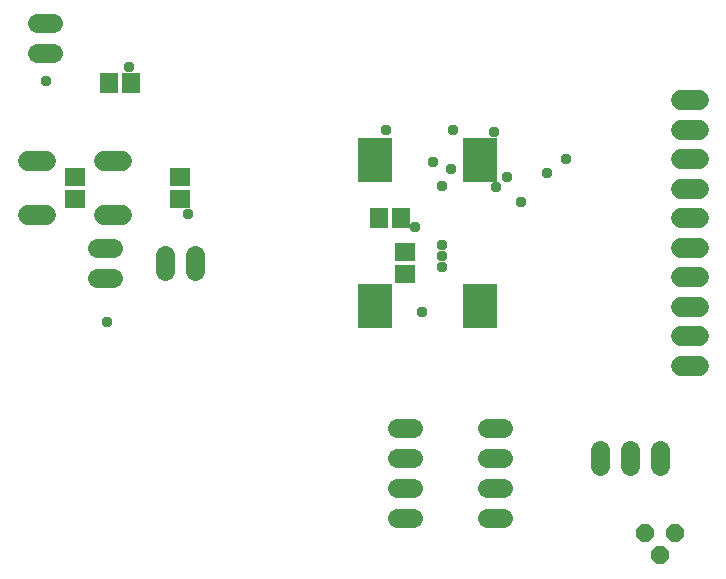
<source format=gbr>
G04 EAGLE Gerber RS-274X export*
G75*
%MOMM*%
%FSLAX34Y34*%
%LPD*%
%INSoldermask Bottom*%
%IPPOS*%
%AMOC8*
5,1,8,0,0,1.08239X$1,22.5*%
G01*
%ADD10R,3.003200X3.703200*%
%ADD11R,1.703200X1.503200*%
%ADD12R,1.503200X1.703200*%
%ADD13C,1.625600*%
%ADD14P,1.649562X8X202.500000*%
%ADD15C,1.727200*%
%ADD16C,0.959600*%


D10*
X571500Y430300D03*
X571500Y306300D03*
X482600Y306300D03*
X482600Y430300D03*
D11*
X508000Y333400D03*
X508000Y352400D03*
D12*
X504800Y381000D03*
X485800Y381000D03*
D13*
X577088Y203200D02*
X591312Y203200D01*
X591312Y177800D02*
X577088Y177800D01*
X577088Y152400D02*
X591312Y152400D01*
X591312Y127000D02*
X577088Y127000D01*
D14*
X736600Y114300D03*
X723900Y95250D03*
X711200Y114300D03*
D13*
X261112Y330200D02*
X246888Y330200D01*
X246888Y355600D02*
X261112Y355600D01*
X330200Y350012D02*
X330200Y335788D01*
X304800Y335788D02*
X304800Y350012D01*
X210312Y520700D02*
X196088Y520700D01*
X196088Y546100D02*
X210312Y546100D01*
X500888Y127000D02*
X515112Y127000D01*
X515112Y152400D02*
X500888Y152400D01*
X500888Y177800D02*
X515112Y177800D01*
X515112Y203200D02*
X500888Y203200D01*
X723900Y184912D02*
X723900Y170688D01*
X698500Y170688D02*
X698500Y184912D01*
X673100Y184912D02*
X673100Y170688D01*
D15*
X741680Y430800D02*
X756920Y430800D01*
X756920Y405800D02*
X741680Y405800D01*
X741680Y305800D02*
X756920Y305800D01*
X756920Y380800D02*
X741680Y380800D01*
X741680Y355800D02*
X756920Y355800D01*
X756920Y330800D02*
X741680Y330800D01*
X741680Y280800D02*
X756920Y280800D01*
X756920Y255800D02*
X741680Y255800D01*
X741680Y455800D02*
X756920Y455800D01*
X756920Y480800D02*
X741680Y480800D01*
D12*
X257200Y495300D03*
X276200Y495300D03*
D11*
X228600Y415900D03*
X228600Y396900D03*
X317500Y396900D03*
X317500Y415900D03*
D15*
X203708Y429006D02*
X188468Y429006D01*
X188468Y383794D02*
X203708Y383794D01*
X253492Y429006D02*
X268732Y429006D01*
X268732Y383794D02*
X253492Y383794D01*
D16*
X274320Y509016D03*
X606552Y394716D03*
X547116Y422148D03*
X627888Y419100D03*
X583692Y454152D03*
X644652Y431292D03*
X539496Y348996D03*
X539496Y358140D03*
X204216Y496824D03*
X516636Y373380D03*
X539496Y339852D03*
X594360Y416052D03*
X585216Y406908D03*
X531876Y428244D03*
X548640Y455676D03*
X539496Y408432D03*
X492252Y455676D03*
X324612Y384048D03*
X522732Y301752D03*
X256032Y292608D03*
M02*

</source>
